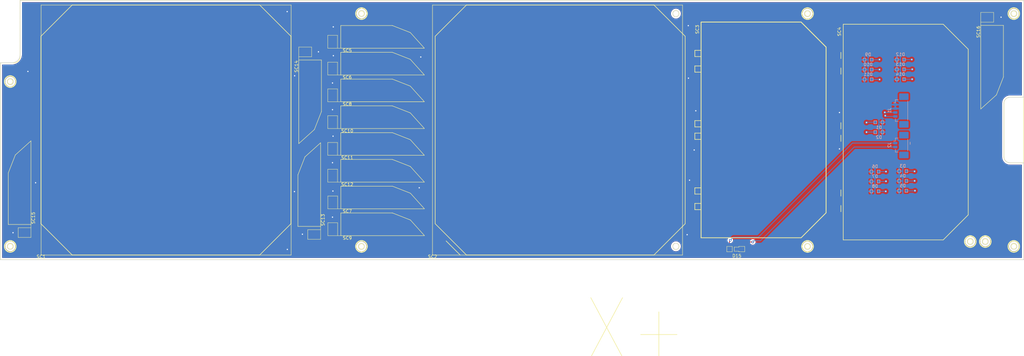
<source format=kicad_pcb>
(kicad_pcb (version 20171130) (host pcbnew "(5.1.0)-1")
  (layers (0 F.Cu signal) (31 B.Cu signal hide) (34 B.Paste user) (35 F.Paste user) (36 B.SilkS user) (37 F.SilkS user) (38 B.Mask user) (39 F.Mask user) (44 Edge.Cuts user))
  (net 0 "")
  (net 1 VSS)
  (net 2 VCC)
  (net 3 "Net-(D15-Pad1)")
  (net 4 "Net-(D15-Pad2)")
  (module "CySat footprints:Spectrolab" (layer F.Cu) (at 254.5 -75.15 270)
    (fp_text reference SC4 (at -32.2 -1.4 270) (layer F.SilkS))
    (fp_text value Solar_Cell)
    (pad 1 smd rect (at 24.480573 -1.440087 90) (size 2.5 2.5) (layers F.Cu F.Paste F.Mask) (net 2 VCC))
    (pad 1 smd rect (at 19.480573 -1.440087 90) (size 2.5 2.5) (layers F.Cu F.Paste F.Mask) (net 2 VCC))
    (pad 2 smd rect (at 1.880573 -1.440087 90) (size 2.5 2.5) (layers F.Cu F.Paste F.Mask) (net 1 VSS))
    (pad 2 smd rect (at -2.119427 -1.440087 90) (size 2.5 2.5) (layers F.Cu F.Paste F.Mask) (net 1 VSS))
    (pad 1 smd rect (at -19.519427 -1.440087 90) (size 2.5 2.5) (layers F.Cu F.Paste F.Mask) (net 2 VCC))
    (pad 1 smd rect (at -24.519427 -1.440087 90) (size 2.5 2.5) (layers F.Cu F.Paste F.Mask) (net 2 VCC))
  )
  (module "CySat footprints:Toshiba_CUS08F30" (layer B.Cu) (at 268.55 -78.35 180)
    (fp_text reference D1 (at 0 -1.65 180) (layer B.SilkS) (effects (justify mirror)))
    (fp_text value D_Schottky)
    (pad 2 smd rect (at -1.15 0 180) (size 0.9 1) (layers B.Cu B.Paste B.Mask) (net 1 VSS))
    (pad 1 smd rect (at 1.15 0 180) (size 0.9 1) (layers B.Cu B.Paste B.Mask) (net 2 VCC))
  )
  (module "CySat footprints:Toshiba_CUS08F30" (layer B.Cu) (at 268.55 -75.2 180)
    (fp_text reference D2 (at 0 -1.65 180) (layer B.SilkS) (effects (justify mirror)))
    (fp_text value D_Schottky)
    (pad 1 smd rect (at 1.15 0 180) (size 0.9 1) (layers B.Cu B.Paste B.Mask) (net 2 VCC))
    (pad 2 smd rect (at -1.15 0 180) (size 0.9 1) (layers B.Cu B.Paste B.Mask) (net 1 VSS))
  )
  (module "CySat footprints:Toshiba_CUS08F30" (layer B.Cu) (at 276.2 -62.7)
    (fp_text reference D3 (at 0 -1.65) (layer B.SilkS) (effects (justify mirror)))
    (fp_text value D_Schottky)
    (pad 2 smd rect (at -1.15 0) (size 0.9 1) (layers B.Cu B.Paste B.Mask) (net 1 VSS))
    (pad 1 smd rect (at 1.15 0) (size 0.9 1) (layers B.Cu B.Paste B.Mask) (net 2 VCC))
  )
  (module "CySat footprints:Toshiba_CUS08F30" (layer B.Cu) (at 276.2 -59.55)
    (fp_text reference D4 (at 0 -1.65) (layer B.SilkS) (effects (justify mirror)))
    (fp_text value D_Schottky)
    (pad 1 smd rect (at 1.15 0) (size 0.9 1) (layers B.Cu B.Paste B.Mask) (net 2 VCC))
    (pad 2 smd rect (at -1.15 0) (size 0.9 1) (layers B.Cu B.Paste B.Mask) (net 1 VSS))
  )
  (module "CySat footprints:Toshiba_CUS08F30" (layer B.Cu) (at 276.2 -56.4)
    (fp_text reference D5 (at 0 -1.65) (layer B.SilkS) (effects (justify mirror)))
    (fp_text value D_Schottky)
    (pad 2 smd rect (at -1.15 0) (size 0.9 1) (layers B.Cu B.Paste B.Mask) (net 1 VSS))
    (pad 1 smd rect (at 1.15 0) (size 0.9 1) (layers B.Cu B.Paste B.Mask) (net 2 VCC))
  )
  (module "CySat footprints:Toshiba_CUS08F30" (layer B.Cu) (at 267.3 -62.55)
    (fp_text reference D6 (at 0 -1.65) (layer B.SilkS) (effects (justify mirror)))
    (fp_text value D_Schottky)
    (pad 2 smd rect (at -1.15 0) (size 0.9 1) (layers B.Cu B.Paste B.Mask) (net 1 VSS))
    (pad 1 smd rect (at 1.15 0) (size 0.9 1) (layers B.Cu B.Paste B.Mask) (net 2 VCC))
  )
  (module "CySat footprints:Toshiba_CUS08F30" (layer B.Cu) (at 267.3 -59.4)
    (fp_text reference D7 (at 0 -1.65) (layer B.SilkS) (effects (justify mirror)))
    (fp_text value D_Schottky)
    (pad 2 smd rect (at -1.15 0) (size 0.9 1) (layers B.Cu B.Paste B.Mask) (net 1 VSS))
    (pad 1 smd rect (at 1.15 0) (size 0.9 1) (layers B.Cu B.Paste B.Mask) (net 2 VCC))
  )
  (module "CySat footprints:Toshiba_CUS08F30" (layer B.Cu) (at 267.3 -56.25)
    (fp_text reference D8 (at 0 -1.65) (layer B.SilkS) (effects (justify mirror)))
    (fp_text value D_Schottky)
    (pad 1 smd rect (at 1.15 0) (size 0.9 1) (layers B.Cu B.Paste B.Mask) (net 2 VCC))
    (pad 2 smd rect (at -1.15 0) (size 0.9 1) (layers B.Cu B.Paste B.Mask) (net 1 VSS))
  )
  (module "CySat footprints:Toshiba_CUS08F30" (layer B.Cu) (at 265.1 -98.35)
    (fp_text reference D9 (at 0 -1.65) (layer B.SilkS) (effects (justify mirror)))
    (fp_text value D_Schottky)
    (pad 2 smd rect (at -1.15 0) (size 0.9 1) (layers B.Cu B.Paste B.Mask) (net 1 VSS))
    (pad 1 smd rect (at 1.15 0) (size 0.9 1) (layers B.Cu B.Paste B.Mask) (net 2 VCC))
  )
  (module "CySat footprints:Toshiba_CUS08F30" (layer B.Cu) (at 265.1 -95.2)
    (fp_text reference D10 (at 0 -1.65) (layer B.SilkS) (effects (justify mirror)))
    (fp_text value D_Schottky)
    (pad 1 smd rect (at 1.15 0) (size 0.9 1) (layers B.Cu B.Paste B.Mask) (net 2 VCC))
    (pad 2 smd rect (at -1.15 0) (size 0.9 1) (layers B.Cu B.Paste B.Mask) (net 1 VSS))
  )
  (module "CySat footprints:Toshiba_CUS08F30" (layer B.Cu) (at 265.1 -92.05)
    (fp_text reference D11 (at 0 -1.65) (layer B.SilkS) (effects (justify mirror)))
    (fp_text value D_Schottky)
    (pad 2 smd rect (at -1.15 0) (size 0.9 1) (layers B.Cu B.Paste B.Mask) (net 1 VSS))
    (pad 1 smd rect (at 1.15 0) (size 0.9 1) (layers B.Cu B.Paste B.Mask) (net 2 VCC))
  )
  (module "CySat footprints:Toshiba_CUS08F30" (layer B.Cu) (at 275.45 -98.4)
    (fp_text reference D12 (at 0 -1.65) (layer B.SilkS) (effects (justify mirror)))
    (fp_text value D_Schottky)
    (pad 1 smd rect (at 1.15 0) (size 0.9 1) (layers B.Cu B.Paste B.Mask) (net 2 VCC))
    (pad 2 smd rect (at -1.15 0) (size 0.9 1) (layers B.Cu B.Paste B.Mask) (net 1 VSS))
  )
  (module "CySat footprints:Toshiba_CUS08F30" (layer B.Cu) (at 275.45 -95.25)
    (fp_text reference D13 (at 0 -1.65) (layer B.SilkS) (effects (justify mirror)))
    (fp_text value D_Schottky)
    (pad 1 smd rect (at 1.15 0) (size 0.9 1) (layers B.Cu B.Paste B.Mask) (net 2 VCC))
    (pad 2 smd rect (at -1.15 0) (size 0.9 1) (layers B.Cu B.Paste B.Mask) (net 1 VSS))
  )
  (module "CySat footprints:Toshiba_CUS08F30" (layer B.Cu) (at 275.45 -92.1)
    (fp_text reference D14 (at 0 -1.65) (layer B.SilkS) (effects (justify mirror)))
    (fp_text value D_Schottky)
    (pad 1 smd rect (at 1.15 0) (size 0.9 1) (layers B.Cu B.Paste B.Mask) (net 2 VCC))
    (pad 2 smd rect (at -1.15 0) (size 0.9 1) (layers B.Cu B.Paste B.Mask) (net 1 VSS))
  )
  (module "CySat footprints:Sun_Sensor" (layer F.Cu) (at 223.1 -37.8)
    (fp_text reference D15 (at 0 2.2) (layer F.SilkS))
    (fp_text value D_Photo)
    (pad 1 smd rect (at 1.6 0.05 90) (size 1.7 1.85) (layers F.Cu F.Paste F.Mask) (net 3 "Net-(D15-Pad1)"))
    (pad 2 smd rect (at -2.35 0.05) (size 1.7 1.7) (layers F.Cu F.Paste F.Mask) (net 4 "Net-(D15-Pad2)"))
    (pad 1 smd rect (at -0.05 0.05) (size 1.5 1.3) (layers F.Cu F.Paste F.Mask) (net 3 "Net-(D15-Pad1)"))
  )
  (module Connector_Molex:Molex_PicoBlade_53398-0471_1x04-1MP_P1.25mm_Vertical (layer B.Cu) (at 275.05 -82.1 270)
    (fp_text reference J1 (at 0 3.1 270) (layer B.SilkS) (effects (justify mirror)))
    (fp_text value Conn_01x04)
    (pad 1 smd roundrect (at -1.875 1.25 270) (size 0.8 1.3) (layers B.Cu B.Paste B.Mask) (net 1 VSS))
    (pad 2 smd roundrect (at -0.625 1.25 270) (size 0.8 1.3) (layers B.Cu B.Paste B.Mask) (net 1 VSS))
    (pad 3 smd roundrect (at 0.625 1.25 270) (size 0.8 1.3) (layers B.Cu B.Paste B.Mask) (net 2 VCC))
    (pad 4 smd roundrect (at 1.875 1.25 270) (size 0.8 1.3) (layers B.Cu B.Paste B.Mask) (net 2 VCC))
    (pad MP smd roundrect (at -4.425 -1.5 270) (size 2.1 3) (layers B.Cu B.Paste B.Mask) (roundrect_rratio 0.119048))
    (pad MP smd roundrect (at 4.425 -1.5 270) (size 2.1 3) (layers B.Cu B.Paste B.Mask) (roundrect_rratio 0.119048))
  )
  (module Connector_Molex:Molex_PicoBlade_53398-0271_1x02-1MP_P1.25mm_Vertical (layer B.Cu) (at 275.05 -71.05 270)
    (fp_text reference J2 (at 0 3.1 270) (layer B.SilkS) (effects (justify mirror)))
    (fp_text value Conn_01x02)
    (pad 1 smd roundrect (at -0.625 1.25 270) (size 0.8 1.3) (layers B.Cu B.Paste B.Mask) (net 4 "Net-(D15-Pad2)"))
    (pad 2 smd roundrect (at 0.625 1.25 270) (size 0.8 1.3) (layers B.Cu B.Paste B.Mask) (net 3 "Net-(D15-Pad1)"))
    (pad MP smd roundrect (at -3.175 -1.5 270) (size 2.1 3) (layers B.Cu B.Paste B.Mask) (roundrect_rratio 0.119048))
    (pad MP smd roundrect (at 3.175 -1.5 270) (size 2.1 3) (layers B.Cu B.Paste B.Mask) (roundrect_rratio 0.119048))
  )
  (module "CySat footprints:ISS_SolarCell" (layer F.Cu) (at 0.45 -35.85)
    (fp_text reference SC1 (at 0 0.5) (layer F.SilkS))
    (fp_text value Solar_Cell)
    (pad 2 smd oval (at 13.335 -20.25) (size 5.33 10.66) (layers F.Cu F.Paste F.Mask) (net 1 VSS))
    (pad 2 smd oval (at 40.105 -20.345) (size 5.33 10.66) (layers F.Cu F.Paste F.Mask) (net 1 VSS))
    (pad 2 smd oval (at 66.653 -20.364) (size 5.33 10.66) (layers F.Cu F.Paste F.Mask) (net 1 VSS))
    (pad 1 smd oval (at 22.37 -28.862) (size 5.33 10.66) (layers F.Cu F.Paste F.Mask) (net 2 VCC))
    (pad 1 smd oval (at 57.539 -28.954) (size 5.33 10.66) (layers F.Cu F.Paste F.Mask) (net 2 VCC))
    (pad 2 smd oval (at 66.59 -59.908 180) (size 5.33 10.66) (layers F.Cu F.Paste F.Mask) (net 1 VSS))
    (pad 2 smd oval (at 39.82 -59.813 180) (size 5.33 10.66) (layers F.Cu F.Paste F.Mask) (net 1 VSS))
    (pad 2 smd oval (at 13.272 -59.794 180) (size 5.33 10.66) (layers F.Cu F.Paste F.Mask) (net 1 VSS))
    (pad 1 smd oval (at 57.555 -51.296 180) (size 5.33 10.66) (layers F.Cu F.Paste F.Mask) (net 2 VCC))
    (pad 1 smd oval (at 22.386 -51.204 180) (size 5.33 10.66) (layers F.Cu F.Paste F.Mask) (net 2 VCC))
  )
  (module "CySat footprints:ISS_SolarCell" (layer F.Cu) (at 125.7 -35.85)
    (fp_text reference SC2 (at 0 0.5) (layer F.SilkS))
    (fp_text value Solar_Cell)
    (pad 1 smd oval (at 22.386 -51.204 180) (size 5.33 10.66) (layers F.Cu F.Paste F.Mask) (net 2 VCC))
    (pad 1 smd oval (at 57.555 -51.296 180) (size 5.33 10.66) (layers F.Cu F.Paste F.Mask) (net 2 VCC))
    (pad 2 smd oval (at 13.272 -59.794 180) (size 5.33 10.66) (layers F.Cu F.Paste F.Mask) (net 1 VSS))
    (pad 2 smd oval (at 39.82 -59.813 180) (size 5.33 10.66) (layers F.Cu F.Paste F.Mask) (net 1 VSS))
    (pad 2 smd oval (at 66.59 -59.908 180) (size 5.33 10.66) (layers F.Cu F.Paste F.Mask) (net 1 VSS))
    (pad 1 smd oval (at 57.539 -28.954) (size 5.33 10.66) (layers F.Cu F.Paste F.Mask) (net 2 VCC))
    (pad 1 smd oval (at 22.37 -28.862) (size 5.33 10.66) (layers F.Cu F.Paste F.Mask) (net 2 VCC))
    (pad 2 smd oval (at 66.653 -20.364) (size 5.33 10.66) (layers F.Cu F.Paste F.Mask) (net 1 VSS))
    (pad 2 smd oval (at 40.105 -20.345) (size 5.33 10.66) (layers F.Cu F.Paste F.Mask) (net 1 VSS))
    (pad 2 smd oval (at 13.335 -20.25) (size 5.33 10.66) (layers F.Cu F.Paste F.Mask) (net 1 VSS))
  )
  (module "CySat footprints:Spectrolab" (layer F.Cu) (at 209.05 -75.85 270)
    (fp_text reference SC3 (at -32.2 -1.4 270) (layer F.SilkS))
    (fp_text value Solar_Cell)
    (pad 1 smd rect (at -24.519427 -1.440087 90) (size 2.5 2.5) (layers F.Cu F.Paste F.Mask) (net 2 VCC))
    (pad 1 smd rect (at -19.519427 -1.440087 90) (size 2.5 2.5) (layers F.Cu F.Paste F.Mask) (net 2 VCC))
    (pad 2 smd rect (at -2.119427 -1.440087 90) (size 2.5 2.5) (layers F.Cu F.Paste F.Mask) (net 1 VSS))
    (pad 2 smd rect (at 1.880573 -1.440087 90) (size 2.5 2.5) (layers F.Cu F.Paste F.Mask) (net 1 VSS))
    (pad 1 smd rect (at 19.480573 -1.440087 90) (size 2.5 2.5) (layers F.Cu F.Paste F.Mask) (net 2 VCC))
    (pad 1 smd rect (at 24.480573 -1.440087 90) (size 2.5 2.5) (layers F.Cu F.Paste F.Mask) (net 2 VCC))
  )
  (module "CySat footprints:TriSelectSolarPanel" (layer F.Cu) (at 94.353201 -102.047399)
    (fp_text reference SC5 (at 4.064 0.762) (layer F.SilkS))
    (fp_text value Solar_Cell)
    (pad 1 smd rect (at 10.5 -3.75) (size 8.5 3) (layers F.Cu F.Paste F.Mask) (net 2 VCC))
    (pad 2 smd rect (at -0.6 -2.05) (size 3 4) (layers F.Cu F.Paste F.Mask) (net 1 VSS))
  )
  (module "CySat footprints:TriSelectSolarPanel" (layer F.Cu) (at 94.353201 -93.477399)
    (fp_text reference SC6 (at 4.064 0.762) (layer F.SilkS))
    (fp_text value Solar_Cell)
    (pad 2 smd rect (at -0.6 -2.05) (size 3 4) (layers F.Cu F.Paste F.Mask) (net 1 VSS))
    (pad 1 smd rect (at 10.5 -3.75) (size 8.5 3) (layers F.Cu F.Paste F.Mask) (net 2 VCC))
  )
  (module "CySat footprints:TriSelectSolarPanel" (layer F.Cu) (at 94.379201 -50.637799)
    (fp_text reference SC7 (at 4.064 0.762) (layer F.SilkS))
    (fp_text value Solar_Cell)
    (pad 2 smd rect (at -0.6 -2.05) (size 3 4) (layers F.Cu F.Paste F.Mask) (net 1 VSS))
    (pad 1 smd rect (at 10.5 -3.75) (size 8.5 3) (layers F.Cu F.Paste F.Mask) (net 2 VCC))
  )
  (module "CySat footprints:TriSelectSolarPanel" (layer F.Cu) (at 94.353201 -84.907399)
    (fp_text reference SC8 (at 4.064 0.762) (layer F.SilkS))
    (fp_text value Solar_Cell)
    (pad 2 smd rect (at -0.6 -2.05) (size 3 4) (layers F.Cu F.Paste F.Mask) (net 1 VSS))
    (pad 1 smd rect (at 10.5 -3.75) (size 8.5 3) (layers F.Cu F.Paste F.Mask) (net 2 VCC))
  )
  (module "CySat footprints:TriSelectSolarPanel" (layer F.Cu) (at 94.379201 -42.067799)
    (fp_text reference SC9 (at 4.064 0.762) (layer F.SilkS))
    (fp_text value Solar_Cell)
    (pad 2 smd rect (at -0.6 -2.05) (size 3 4) (layers F.Cu F.Paste F.Mask) (net 1 VSS))
    (pad 1 smd rect (at 10.5 -3.75) (size 8.5 3) (layers F.Cu F.Paste F.Mask) (net 2 VCC))
  )
  (module "CySat footprints:TriSelectSolarPanel" (layer F.Cu) (at 94.353201 -76.337399)
    (fp_text reference SC10 (at 4.064 0.762) (layer F.SilkS))
    (fp_text value Solar_Cell)
    (pad 1 smd rect (at 10.5 -3.75) (size 8.5 3) (layers F.Cu F.Paste F.Mask) (net 2 VCC))
    (pad 2 smd rect (at -0.6 -2.05) (size 3 4) (layers F.Cu F.Paste F.Mask) (net 1 VSS))
  )
  (module "CySat footprints:TriSelectSolarPanel" (layer F.Cu) (at 94.353201 -67.767399)
    (fp_text reference SC11 (at 4.064 0.762) (layer F.SilkS))
    (fp_text value Solar_Cell)
    (pad 1 smd rect (at 10.5 -3.75) (size 8.5 3) (layers F.Cu F.Paste F.Mask) (net 2 VCC))
    (pad 2 smd rect (at -0.6 -2.05) (size 3 4) (layers F.Cu F.Paste F.Mask) (net 1 VSS))
  )
  (module "CySat footprints:TriSelectSolarPanel" (layer F.Cu) (at 94.353201 -59.197399)
    (fp_text reference SC12 (at 4.064 0.762) (layer F.SilkS))
    (fp_text value Solar_Cell)
    (pad 1 smd rect (at 10.5 -3.75) (size 8.5 3) (layers F.Cu F.Paste F.Mask) (net 2 VCC))
    (pad 2 smd rect (at -0.6 -2.05) (size 3 4) (layers F.Cu F.Paste F.Mask) (net 1 VSS))
  )
  (module "CySat footprints:TriSelectSolarPanel" (layer F.Cu) (at 89.8906 -43.0238 90)
    (fp_text reference SC13 (at 4.064 0.762 90) (layer F.SilkS))
    (fp_text value Solar_Cell)
    (pad 2 smd rect (at -0.6 -2.05 90) (size 3 4) (layers F.Cu F.Paste F.Mask) (net 1 VSS))
    (pad 1 smd rect (at 10.5 -3.75 90) (size 8.5 3) (layers F.Cu F.Paste F.Mask) (net 2 VCC))
  )
  (module "CySat footprints:TriSelectSolarPanel" (layer F.Cu) (at 82.9056 -100.265 270)
    (fp_text reference SC14 (at 4.064 0.762 270) (layer F.SilkS))
    (fp_text value Solar_Cell)
    (pad 2 smd rect (at -0.6 -2.05 270) (size 3 4) (layers F.Cu F.Paste F.Mask) (net 1 VSS))
    (pad 1 smd rect (at 10.5 -3.75 270) (size 8.5 3) (layers F.Cu F.Paste F.Mask) (net 2 VCC))
  )
  (module "CySat footprints:TriSelectSolarPanel" (layer F.Cu) (at -2.794 -43.6372 90)
    (fp_text reference SC15 (at 4.064 0.762 90) (layer F.SilkS))
    (fp_text value Solar_Cell)
    (pad 1 smd rect (at 10.5 -3.75 90) (size 8.5 3) (layers F.Cu F.Paste F.Mask) (net 2 VCC))
    (pad 2 smd rect (at -0.6 -2.05 90) (size 3 4) (layers F.Cu F.Paste F.Mask) (net 1 VSS))
  )
  (module "CySat footprints:TriSelectSolarPanel" (layer F.Cu) (at 301.1516 -111.338 270)
    (fp_text reference SC16 (at 4.064 0.762 270) (layer F.SilkS))
    (fp_text value Solar_Cell)
    (pad 1 smd rect (at 10.5 -3.75 270) (size 8.5 3) (layers F.Cu F.Paste F.Mask) (net 2 VCC))
    (pad 2 smd rect (at -0.6 -2.05 270) (size 3 4) (layers F.Cu F.Paste F.Mask) (net 1 VSS))
  )
  (gr_arc (start -8.9234 -100.076) (end -8.9154 -97.3836) (angle -89.28409539) (layer Edge.Cuts) (width 0.15))
  (gr_line (start 308.55 -84.4) (end 308.55 -67.3) (layer Edge.Cuts) (width 0.15))
  (gr_line (start 308.549092 -67.36786) (end 308.549092 -84.367869) (layer F.SilkS) (width 0.2))
  (gr_line (start 278.55 -72) (end 278.55 -71.25) (layer B.SilkS) (width 0.15))
  (gr_line (start 314.899073 -86.367869) (end 314.899073 -65.367869) (layer F.SilkS) (width 0.2))
  (gr_line (start 314.9 -86.35) (end 314.9 -117.35) (layer Edge.Cuts) (width 0.15))
  (gr_line (start 314.9 -86.35) (end 310.5 -86.35) (layer Edge.Cuts) (width 0.15))
  (gr_line (start 310.5 -65.35) (end 314.9 -65.35) (layer Edge.Cuts) (width 0.15))
  (gr_arc (start 310.5 -84.4) (end 310.5 -86.35) (angle -90) (layer Edge.Cuts) (width 0.15))
  (gr_arc (start 310.5 -67.3) (end 308.55 -67.3) (angle -90) (layer Edge.Cuts) (width 0.15))
  (gr_circle (center 203.6 -113.1) (end 203.55 -114.1) (layer Edge.Cuts) (width 0.15))
  (gr_circle (center 203.6 -38.65) (end 203.55 -39.65) (layer Edge.Cuts) (width 0.15))
  (gr_circle (center 311.75 -113.1) (end 311.85 -114.1) (layer Edge.Cuts) (width 0.15))
  (gr_circle (center 311.75 -38.65) (end 311.85 -39.65) (layer Edge.Cuts) (width 0.15))
  (gr_circle (center 302.6 -40.2) (end 302.7 -41.2) (layer Edge.Cuts) (width 0.15))
  (gr_circle (center 297.8 -40.2) (end 297.9 -41.2) (layer Edge.Cuts) (width 0.15))
  (gr_circle (center 245.7 -38.6) (end 245.8 -39.6) (layer Edge.Cuts) (width 0.15))
  (gr_circle (center 245.7 -113.1) (end 245.8 -114.1) (layer Edge.Cuts) (width 0.15))
  (gr_circle (center 103 -113.15) (end 103.1 -114.15) (layer Edge.Cuts) (width 0.15))
  (gr_circle (center 102.95 -38.6) (end 103.05 -39.6) (layer Edge.Cuts) (width 0.15))
  (gr_circle (center -9.4 -38.65) (end -9.3 -39.65) (layer Edge.Cuts) (width 0.15))
  (gr_circle (center -9.4 -91.35) (end -9.3 -92.35) (layer Edge.Cuts) (width 0.15))
  (gr_line (start 314.9 -117.35) (end -6.25 -117.35) (layer Edge.Cuts) (width 0.15))
  (gr_line (start 314.9 -34.35) (end 314.9 -65.35) (layer Edge.Cuts) (width 0.15))
  (gr_line (start -12.6 -34.35) (end 314.9 -34.35) (layer Edge.Cuts) (width 0.15))
  (gr_line (start -12.6 -97.4) (end -12.6 -34.35) (layer Edge.Cuts) (width 0.15))
  (gr_line (start -8.9154 -97.3836) (end -12.6 -97.4) (layer Edge.Cuts) (width 0.15))
  (gr_line (start -6.25 -117.35) (end -6.23111 -100.050359) (layer Edge.Cuts) (width 0.15))
  (gr_circle (center 311.724088 -113.117869) (end 313.624088 -113.117869) (layer F.SilkS) (width 0.2))
  (gr_circle (center 311.724088 -113.117869) (end 313.434088 -113.117869) (layer F.SilkS) (width 0.2))
  (gr_arc (start 311.724088 -113.117869) (end 311.3914 -112.318295) (angle -60) (layer F.SilkS) (width 0.2))
  (gr_arc (start 311.724088 -113.117869) (end 312.056775 -113.917443) (angle -60) (layer F.SilkS) (width 0.2))
  (gr_arc (start 311.724088 -113.117869) (end 312.582883 -113.229541) (angle -60) (layer F.SilkS) (width 0.2))
  (gr_arc (start 311.724088 -113.117869) (end 312.250196 -112.429966) (angle -60) (layer F.SilkS) (width 0.2))
  (gr_arc (start 311.724088 -113.117869) (end 310.865292 -113.006197) (angle -60) (layer F.SilkS) (width 0.2))
  (gr_arc (start 311.724088 -113.117869) (end 311.197979 -113.805772) (angle -60) (layer F.SilkS) (width 0.2))
  (gr_circle (center -9.425912 -91.367869) (end -7.525912 -91.367869) (layer F.SilkS) (width 0.2))
  (gr_circle (center -9.425912 -91.367869) (end -7.715912 -91.367869) (layer F.SilkS) (width 0.2))
  (gr_arc (start -9.425912 -91.367869) (end -8.667926 -90.948994) (angle -60) (layer F.SilkS) (width 0.2))
  (gr_arc (start -9.425912 -91.367869) (end -10.183899 -91.786744) (angle -60) (layer F.SilkS) (width 0.2))
  (gr_arc (start -9.425912 -91.367869) (end -9.409676 -90.501996) (angle -60) (layer F.SilkS) (width 0.2))
  (gr_arc (start -9.425912 -91.367869) (end -8.684163 -91.814867) (angle -60) (layer F.SilkS) (width 0.2))
  (gr_arc (start -9.425912 -91.367869) (end -10.167662 -90.920871) (angle -60) (layer F.SilkS) (width 0.2))
  (gr_arc (start -9.425912 -91.367869) (end -9.442149 -92.233742) (angle -60) (layer F.SilkS) (width 0.2))
  (gr_circle (center 297.800556 -40.167869) (end 299.700556 -40.167869) (layer F.SilkS) (width 0.2))
  (gr_circle (center 297.800556 -40.167869) (end 299.510556 -40.167869) (layer F.SilkS) (width 0.2))
  (gr_arc (start 297.800556 -40.167869) (end 298.165172 -39.382341) (angle -60) (layer F.SilkS) (width 0.2))
  (gr_arc (start 297.800556 -40.167869) (end 297.435939 -40.953397) (angle -60) (layer F.SilkS) (width 0.2))
  (gr_arc (start 297.800556 -40.167869) (end 298.663151 -40.090872) (angle -60) (layer F.SilkS) (width 0.2))
  (gr_arc (start 297.800556 -40.167869) (end 297.302576 -39.459338) (angle -60) (layer F.SilkS) (width 0.2))
  (gr_arc (start 297.800556 -40.167869) (end 298.298535 -40.8764) (angle -60) (layer F.SilkS) (width 0.2))
  (gr_arc (start 297.800556 -40.167869) (end 296.93796 -40.244866) (angle -60) (layer F.SilkS) (width 0.2))
  (gr_circle (center 302.599088 -40.167869) (end 304.499088 -40.167869) (layer F.SilkS) (width 0.2))
  (gr_circle (center 302.599088 -40.167869) (end 304.309088 -40.167869) (layer F.SilkS) (width 0.2))
  (gr_arc (start 302.599088 -40.167869) (end 303.027425 -40.920549) (angle -60) (layer F.SilkS) (width 0.2))
  (gr_arc (start 302.599088 -40.167869) (end 302.17075 -39.415189) (angle -60) (layer F.SilkS) (width 0.2))
  (gr_arc (start 302.599088 -40.167869) (end 303.465096 -40.173257) (angle -60) (layer F.SilkS) (width 0.2))
  (gr_arc (start 302.599088 -40.167869) (end 303.036758 -39.420578) (angle -60) (layer F.SilkS) (width 0.2))
  (gr_arc (start 302.599088 -40.167869) (end 301.733079 -40.16248) (angle -60) (layer F.SilkS) (width 0.2))
  (gr_arc (start 302.599088 -40.167869) (end 302.161417 -40.91516) (angle -60) (layer F.SilkS) (width 0.2))
  (gr_line (start 211.641059 -110.365008) (end 243.641065 -110.365008) (layer F.SilkS) (width 0.2))
  (gr_line (start 243.641065 -41.365011) (end 211.641059 -41.365011) (layer F.SilkS) (width 0.2))
  (gr_line (start 251.641051 -49.365011) (end 243.641065 -41.365011) (layer F.SilkS) (width 0.2))
  (gr_line (start 251.641051 -102.365014) (end 251.641051 -49.365011) (layer F.SilkS) (width 0.2))
  (gr_line (start 243.641065 -110.365008) (end 251.641051 -102.365014) (layer F.SilkS) (width 0.2))
  (gr_line (start 211.641059 -101.365012) (end 211.641059 -110.365008) (layer F.SilkS) (width 0.2))
  (gr_line (start 211.641059 -96.36501) (end 211.641059 -99.365012) (layer F.SilkS) (width 0.2))
  (gr_line (start 211.641059 -78.865011) (end 211.641059 -94.365009) (layer F.SilkS) (width 0.2))
  (gr_line (start 211.641059 -74.865011) (end 211.641059 -76.865011) (layer F.SilkS) (width 0.2))
  (gr_line (start 211.641059 -57.365011) (end 211.641059 -72.86501) (layer F.SilkS) (width 0.2))
  (gr_line (start 211.641059 -52.365011) (end 211.641059 -55.36501) (layer F.SilkS) (width 0.2))
  (gr_line (start 211.641059 -41.365011) (end 211.641059 -50.365011) (layer F.SilkS) (width 0.2))
  (gr_line (start 211.641059 -50.365011) (end 211.641059 -52.365011) (layer F.SilkS) (width 0.2))
  (gr_line (start 211.641059 -52.365011) (end 209.641055 -52.365011) (layer F.SilkS) (width 0.2))
  (gr_line (start 209.641055 -50.365011) (end 209.641055 -52.365011) (layer F.SilkS) (width 0.2))
  (gr_line (start 211.641059 -50.365011) (end 209.641055 -50.365011) (layer F.SilkS) (width 0.2))
  (gr_line (start 209.641055 -55.36501) (end 209.641055 -57.365011) (layer F.SilkS) (width 0.2))
  (gr_line (start 211.641059 -55.36501) (end 211.641059 -57.365011) (layer F.SilkS) (width 0.2))
  (gr_line (start 211.641059 -57.365011) (end 209.641055 -57.365011) (layer F.SilkS) (width 0.2))
  (gr_line (start 211.641059 -55.36501) (end 209.641055 -55.36501) (layer F.SilkS) (width 0.2))
  (gr_line (start 211.641059 -72.86501) (end 209.641055 -72.86501) (layer F.SilkS) (width 0.2))
  (gr_line (start 209.641055 -72.86501) (end 209.641055 -74.865011) (layer F.SilkS) (width 0.2))
  (gr_line (start 211.641059 -72.86501) (end 211.641059 -74.865011) (layer F.SilkS) (width 0.2))
  (gr_line (start 211.641059 -74.865011) (end 209.641055 -74.865011) (layer F.SilkS) (width 0.2))
  (gr_line (start 211.641059 -78.865011) (end 209.641055 -78.865011) (layer F.SilkS) (width 0.2))
  (gr_line (start 211.641059 -76.865011) (end 211.641059 -78.865011) (layer F.SilkS) (width 0.2))
  (gr_line (start 209.641055 -78.865011) (end 209.641055 -76.865011) (layer F.SilkS) (width 0.2))
  (gr_line (start 211.641059 -76.865011) (end 209.641055 -76.865011) (layer F.SilkS) (width 0.2))
  (gr_line (start 211.641059 -99.365012) (end 211.641059 -101.365012) (layer F.SilkS) (width 0.2))
  (gr_line (start 211.641059 -101.365012) (end 209.641055 -101.365012) (layer F.SilkS) (width 0.2))
  (gr_line (start 209.641055 -101.365012) (end 209.641055 -99.365012) (layer F.SilkS) (width 0.2))
  (gr_line (start 211.641059 -99.365012) (end 209.641055 -99.365012) (layer F.SilkS) (width 0.2))
  (gr_line (start 211.641059 -94.365009) (end 211.641059 -96.36501) (layer F.SilkS) (width 0.2))
  (gr_line (start 211.641059 -96.36501) (end 209.641055 -96.36501) (layer F.SilkS) (width 0.2))
  (gr_line (start 209.641055 -96.36501) (end 209.641055 -94.365009) (layer F.SilkS) (width 0.2))
  (gr_line (start 211.641059 -94.365009) (end 209.641055 -94.365009) (layer F.SilkS) (width 0.2))
  (gr_line (start 256.391064 -49.714718) (end 256.391064 -51.714719) (layer F.SilkS) (width 0.2))
  (gr_line (start 256.391064 -54.714718) (end 256.391064 -56.714718) (layer F.SilkS) (width 0.2))
  (gr_line (start 256.391064 -72.21472) (end 256.391064 -74.21472) (layer F.SilkS) (width 0.2))
  (gr_line (start 256.391064 -78.214717) (end 256.391064 -76.214717) (layer F.SilkS) (width 0.2))
  (gr_line (start 256.391064 -95.714719) (end 256.391064 -93.714719) (layer F.SilkS) (width 0.2))
  (gr_line (start 256.391064 -100.714718) (end 256.391064 -98.714718) (layer F.SilkS) (width 0.2))
  (gr_arc (start 245.717088 -38.617869) (end 246.467088 -39.050882) (angle -60) (layer F.SilkS) (width 0.2))
  (gr_arc (start 245.717088 -38.617869) (end 244.967088 -38.184856) (angle -60) (layer F.SilkS) (width 0.2))
  (gr_arc (start 245.717088 -38.617869) (end 245.717088 -39.483894) (angle -60) (layer F.SilkS) (width 0.2))
  (gr_circle (center 245.717088 -113.117869) (end 247.617088 -113.117869) (layer F.SilkS) (width 0.2))
  (gr_circle (center 245.717088 -113.117869) (end 247.427088 -113.117869) (layer F.SilkS) (width 0.2))
  (gr_arc (start 245.717088 -113.117869) (end 246.467088 -112.684856) (angle -60) (layer F.SilkS) (width 0.2))
  (gr_arc (start 245.717088 -113.117869) (end 244.967088 -113.550882) (angle -60) (layer F.SilkS) (width 0.2))
  (gr_arc (start 245.717088 -113.117869) (end 245.717088 -112.251844) (angle -60) (layer F.SilkS) (width 0.2))
  (gr_arc (start 245.717088 -113.117869) (end 246.467088 -113.550882) (angle -60) (layer F.SilkS) (width 0.2))
  (gr_arc (start 245.717088 -113.117869) (end 244.967088 -112.684856) (angle -60) (layer F.SilkS) (width 0.2))
  (gr_arc (start 245.717088 -113.117869) (end 245.717088 -113.983894) (angle -60) (layer F.SilkS) (width 0.2))
  (gr_circle (center 102.969088 -113.117869) (end 104.869088 -113.117869) (layer F.SilkS) (width 0.2))
  (gr_circle (center 102.969088 -113.117869) (end 104.679088 -113.117869) (layer F.SilkS) (width 0.2))
  (gr_arc (start 102.969088 -113.117869) (end 103.719088 -112.684856) (angle -60) (layer F.SilkS) (width 0.2))
  (gr_arc (start 102.969088 -113.117869) (end 102.219088 -113.550882) (angle -60) (layer F.SilkS) (width 0.2))
  (gr_arc (start 102.969088 -113.117869) (end 102.969088 -112.251844) (angle -60) (layer F.SilkS) (width 0.2))
  (gr_arc (start 102.969088 -113.117869) (end 103.719088 -113.550882) (angle -60) (layer F.SilkS) (width 0.2))
  (gr_arc (start 102.969088 -113.117869) (end 102.969088 -113.983894) (angle -60) (layer F.SilkS) (width 0.2))
  (gr_arc (start 102.969088 -113.117869) (end 102.219088 -112.684856) (angle -60) (layer F.SilkS) (width 0.2))
  (gr_circle (center 102.969088 -38.617869) (end 104.869088 -38.617869) (layer F.SilkS) (width 0.2))
  (gr_circle (center 102.969088 -38.617869) (end 104.679088 -38.617869) (layer F.SilkS) (width 0.2))
  (gr_arc (start 102.969088 -38.617869) (end 103.719088 -38.184856) (angle -60) (layer F.SilkS) (width 0.2))
  (gr_arc (start 102.969088 -38.617869) (end 102.219088 -39.050882) (angle -60) (layer F.SilkS) (width 0.2))
  (gr_arc (start 102.969088 -38.617869) (end 102.969088 -37.751844) (angle -60) (layer F.SilkS) (width 0.2))
  (gr_arc (start 102.969088 -38.617869) (end 103.719088 -39.050882) (angle -60) (layer F.SilkS) (width 0.2))
  (gr_arc (start 102.969088 -38.617869) (end 102.219088 -38.184856) (angle -60) (layer F.SilkS) (width 0.2))
  (gr_arc (start 102.969088 -38.617869) (end 102.969088 -39.483894) (angle -60) (layer F.SilkS) (width 0.2))
  (gr_circle (center 245.717088 -38.617869) (end 247.617088 -38.617869) (layer F.SilkS) (width 0.2))
  (gr_circle (center 245.717088 -38.617869) (end 247.427088 -38.617869) (layer F.SilkS) (width 0.2))
  (gr_arc (start 245.717088 -38.617869) (end 246.467088 -38.184856) (angle -60) (layer F.SilkS) (width 0.2))
  (gr_arc (start 245.717088 -38.617869) (end 244.967088 -39.050882) (angle -60) (layer F.SilkS) (width 0.2))
  (gr_arc (start 245.717088 -38.617869) (end 245.717088 -37.751844) (angle -60) (layer F.SilkS) (width 0.2))
  (gr_arc (start 311.724088 -38.617869) (end 311.91547 -39.462483) (angle -60) (layer F.SilkS) (width 0.2))
  (gr_arc (start 311.724088 -38.617869) (end 311.088322 -39.205918) (angle -60) (layer F.SilkS) (width 0.2))
  (gr_line (start 314.899073 -117.367869) (end 314.899073 -86.367869) (layer F.SilkS) (width 0.2))
  (gr_line (start -6.250913 -117.367869) (end 314.899073 -117.367869) (layer F.SilkS) (width 0.2))
  (gr_line (start -6.250913 -99.367869) (end -6.250913 -117.367869) (layer F.SilkS) (width 0.2))
  (gr_arc (start -8.250912 -99.367869) (end -8.250912 -97.367869) (angle -90) (layer F.SilkS) (width 0.2))
  (gr_line (start -12.600912 -97.367869) (end -8.250912 -97.367869) (layer F.SilkS) (width 0.2))
  (gr_line (start -12.600912 -34.367869) (end -12.600912 -97.367869) (layer F.SilkS) (width 0.2))
  (gr_line (start 314.899073 -34.367869) (end -12.600912 -34.367869) (layer F.SilkS) (width 0.2))
  (gr_circle (center -9.425912 -38.617869) (end -7.525912 -38.617869) (layer F.SilkS) (width 0.2))
  (gr_circle (center -9.425912 -38.617869) (end -7.715912 -38.617869) (layer F.SilkS) (width 0.2))
  (gr_arc (start -9.425912 -38.617869) (end -10.203469 -38.99919) (angle -60) (layer F.SilkS) (width 0.2))
  (gr_arc (start -9.425912 -38.617869) (end -8.648356 -38.236548) (angle -60) (layer F.SilkS) (width 0.2))
  (gr_arc (start -9.425912 -38.617869) (end -9.367367 -37.753825) (angle -60) (layer F.SilkS) (width 0.2))
  (gr_arc (start -9.425912 -38.617869) (end -8.706901 -39.100593) (angle -60) (layer F.SilkS) (width 0.2))
  (gr_arc (start -9.425912 -38.617869) (end -10.144924 -38.135145) (angle -60) (layer F.SilkS) (width 0.2))
  (gr_arc (start -9.425912 -38.617869) (end -9.484457 -39.481913) (angle -60) (layer F.SilkS) (width 0.2))
  (gr_circle (center 311.724088 -38.617869) (end 313.624088 -38.617869) (layer F.SilkS) (width 0.2))
  (gr_circle (center 311.724088 -38.617869) (end 313.434088 -38.617869) (layer F.SilkS) (width 0.2))
  (gr_arc (start 311.724088 -38.617869) (end 310.896939 -38.361304) (angle -60) (layer F.SilkS) (width 0.2))
  (gr_arc (start 311.724088 -38.617869) (end 312.551236 -38.874434) (angle -60) (layer F.SilkS) (width 0.2))
  (gr_arc (start 311.724088 -38.617869) (end 312.359853 -38.02982) (angle -60) (layer F.SilkS) (width 0.2))
  (gr_arc (start 311.724088 -38.617869) (end 311.532705 -37.773255) (angle -60) (layer F.SilkS) (width 0.2))
  (gr_circle (center 203.574088 -38.617869) (end 204.574088 -38.617869) (layer F.SilkS) (width 0.2))
  (gr_circle (center 203.574088 -113.117869) (end 204.574088 -113.117869) (layer F.SilkS) (width 0.2))
  (gr_line (start 314.899073 -65.36786) (end 314.899073 -34.367869) (layer F.SilkS) (width 0.2))
  (gr_line (start 314.899073 -65.36786) (end 310.549096 -65.36786) (layer F.SilkS) (width 0.2))
  (gr_arc (start 310.549088 -67.367861) (end 308.549088 -67.367861) (angle -90) (layer F.SilkS) (width 0.2))
  (gr_arc (start 310.549088 -84.367869) (end 310.549088 -86.367869) (angle -90) (layer F.SilkS) (width 0.2))
  (gr_line (start 314.899073 -86.367869) (end 310.549096 -86.367869) (layer F.SilkS) (width 0.2))
  (gr_line (start 136.561052 -115.867866) (end 126.561062 -105.867868) (layer F.SilkS) (width 0.2))
  (gr_line (start 136.561052 -35.867869) (end 196.561055 -35.867869) (layer F.SilkS) (width 0.2))
  (gr_line (start 196.561055 -35.867869) (end 206.56106 -45.867869) (layer F.SilkS) (width 0.2))
  (gr_line (start 206.56106 -45.867869) (end 206.56106 -105.867868) (layer F.SilkS) (width 0.2))
  (gr_line (start 206.56106 -105.867868) (end 196.561055 -115.867866) (layer F.SilkS) (width 0.2))
  (gr_line (start 196.561055 -115.867866) (end 136.561052 -115.867866) (layer F.SilkS) (width 0.2))
  (gr_line (start 126.561062 -105.867868) (end 126.561062 -45.867869) (layer F.SilkS) (width 0.2))
  (gr_line (start 126.561062 -45.867869) (end 136.561052 -35.867869) (layer F.SilkS) (width 0.2))
  (gr_line (start 10.399087 -115.867866) (end 0.399087 -105.867868) (layer F.SilkS) (width 0.2))
  (gr_line (start 0.399087 -105.867868) (end 0.399087 -45.867869) (layer F.SilkS) (width 0.2))
  (gr_line (start 0.399087 -45.867869) (end 10.399087 -35.867869) (layer F.SilkS) (width 0.2))
  (gr_line (start 10.399087 -35.867869) (end 70.399091 -35.867869) (layer F.SilkS) (width 0.2))
  (gr_line (start 70.399091 -35.867869) (end 80.399089 -45.867869) (layer F.SilkS) (width 0.2))
  (gr_line (start 80.399089 -45.867869) (end 80.399089 -105.867868) (layer F.SilkS) (width 0.2))
  (gr_line (start 80.399089 -105.867868) (end 70.399091 -115.867866) (layer F.SilkS) (width 0.2))
  (gr_line (start 70.399091 -115.867866) (end 10.399087 -115.867866) (layer F.SilkS) (width 0.2))
  (gr_line (start 134.561108 -35.854476) (end 130.061106 -40.354476) (layer F.SilkS) (width 0.2))
  (gr_text X+ (at 174.05 -23.1) (layer F.SilkS) (effects (font (size 19.05 15.24) (thickness 0.2)) (justify left top)))
  (via (at -8.5344 -43.0022) (size 0.8) (drill 0.4) (layers F.Cu B.Cu) (net 1))
  (segment (start -4.844 -43.0372) (end -8.4994 -43.0372) (width 0.25) (layer F.Cu) (net 1))
  (segment (start -8.4994 -43.0372) (end -8.5344 -43.0022) (width 0.25) (layer F.Cu) (net 1))
  (via (at 84.074 -42.5196) (size 0.8) (drill 0.4) (layers F.Cu B.Cu) (net 1))
  (segment (start 87.8406 -42.4238) (end 84.1698 -42.4238) (width 0.25) (layer F.Cu) (net 1))
  (segment (start 84.1698 -42.4238) (end 84.074 -42.5196) (width 0.25) (layer F.Cu) (net 1))
  (via (at 93.7006 -47.9806) (size 0.8) (drill 0.4) (layers F.Cu B.Cu) (net 1))
  (segment (start 93.779201 -44.117799) (end 93.779201 -47.901999) (width 0.25) (layer F.Cu) (net 1))
  (segment (start 93.779201 -47.901999) (end 93.7006 -47.9806) (width 0.25) (layer F.Cu) (net 1))
  (via (at 93.8276 -56.3372) (size 0.8) (drill 0.4) (layers F.Cu B.Cu) (net 1))
  (segment (start 93.779201 -52.687799) (end 93.779201 -56.288801) (width 0.25) (layer F.Cu) (net 1))
  (segment (start 93.779201 -56.288801) (end 93.8276 -56.3372) (width 0.25) (layer F.Cu) (net 1))
  (via (at 93.7006 -65.405) (size 0.8) (drill 0.4) (layers F.Cu B.Cu) (net 1))
  (segment (start 93.753201 -61.247399) (end 93.753201 -65.352399) (width 0.25) (layer F.Cu) (net 1))
  (segment (start 93.753201 -65.352399) (end 93.7006 -65.405) (width 0.25) (layer F.Cu) (net 1))
  (via (at 93.8784 -73.8886) (size 0.8) (drill 0.4) (layers F.Cu B.Cu) (net 1))
  (segment (start 93.753201 -69.817399) (end 93.753201 -73.763401) (width 0.25) (layer F.Cu) (net 1))
  (segment (start 93.753201 -73.763401) (end 93.8784 -73.8886) (width 0.25) (layer F.Cu) (net 1))
  (via (at 93.7006 -82.3722) (size 0.8) (drill 0.4) (layers F.Cu B.Cu) (net 1))
  (segment (start 93.753201 -78.387399) (end 93.753201 -82.319599) (width 0.25) (layer F.Cu) (net 1))
  (segment (start 93.753201 -82.319599) (end 93.7006 -82.3722) (width 0.25) (layer F.Cu) (net 1))
  (segment (start 93.753201 -89.207399) (end 93.7006 -89.26) (width 0.25) (layer F.Cu) (net 1))
  (segment (start 93.753201 -86.957399) (end 93.753201 -89.207399) (width 0.25) (layer F.Cu) (net 1))
  (via (at 93.7006 -90.9066) (size 0.8) (drill 0.4) (layers F.Cu B.Cu) (net 1))
  (segment (start 93.753201 -86.957399) (end 93.753201 -90.853999) (width 0.25) (layer F.Cu) (net 1))
  (segment (start 93.753201 -90.853999) (end 93.7006 -90.9066) (width 0.25) (layer F.Cu) (net 1))
  (via (at 93.98 -99.6442) (size 0.8) (drill 0.4) (layers F.Cu B.Cu) (net 1))
  (segment (start 93.753201 -95.527399) (end 93.753201 -99.417401) (width 0.25) (layer F.Cu) (net 1))
  (segment (start 93.753201 -99.417401) (end 93.98 -99.6442) (width 0.25) (layer F.Cu) (net 1))
  (via (at 93.9546 -108.8644) (size 0.8) (drill 0.4) (layers F.Cu B.Cu) (net 1))
  (segment (start 93.753201 -104.097399) (end 93.753201 -108.663001) (width 0.25) (layer F.Cu) (net 1))
  (segment (start 93.753201 -108.663001) (end 93.9546 -108.8644) (width 0.25) (layer F.Cu) (net 1))
  (via (at 89.2048 -100.8888) (size 0.8) (drill 0.4) (layers F.Cu B.Cu) (net 1))
  (segment (start 84.9556 -100.865) (end 89.181 -100.865) (width 0.25) (layer F.Cu) (net 1))
  (segment (start 89.181 -100.865) (end 89.2048 -100.8888) (width 0.25) (layer F.Cu) (net 1))
  (via (at 209.9564 -82.0166) (size 0.8) (drill 0.4) (layers F.Cu B.Cu) (net 1))
  (segment (start 210.490087 -77.969427) (end 210.490087 -81.482913) (width 0.25) (layer F.Cu) (net 1))
  (segment (start 210.490087 -81.482913) (end 209.9564 -82.0166) (width 0.25) (layer F.Cu) (net 1))
  (via (at 209.4484 -69.469) (size 0.8) (drill 0.4) (layers F.Cu B.Cu) (net 1))
  (segment (start 210.490087 -73.969427) (end 210.490087 -70.510687) (width 0.25) (layer F.Cu) (net 1))
  (segment (start 210.490087 -70.510687) (end 209.4484 -69.469) (width 0.25) (layer F.Cu) (net 1))
  (via (at 255.9304 -69.8246) (size 0.8) (drill 0.4) (layers F.Cu B.Cu) (net 1))
  (segment (start 255.940087 -73.269427) (end 255.940087 -69.834287) (width 0.25) (layer F.Cu) (net 1))
  (segment (start 255.940087 -69.834287) (end 255.9304 -69.8246) (width 0.25) (layer F.Cu) (net 1))
  (segment (start 255.940087 -78.769427) (end 255.9558 -78.78514) (width 0.25) (layer F.Cu) (net 1))
  (segment (start 255.940087 -77.269427) (end 255.940087 -78.769427) (width 0.25) (layer F.Cu) (net 1))
  (via (at 255.9304 -81.4578) (size 0.8) (drill 0.4) (layers F.Cu B.Cu) (net 1))
  (segment (start 255.9558 -78.78514) (end 255.9558 -81.4324) (width 0.25) (layer F.Cu) (net 1))
  (segment (start 255.9558 -81.4324) (end 255.9304 -81.4578) (width 0.25) (layer F.Cu) (net 1))
  (via (at 307.6448 -111.9632) (size 0.8) (drill 0.4) (layers F.Cu B.Cu) (net 1))
  (segment (start 303.2016 -111.938) (end 307.6196 -111.938) (width 0.25) (layer F.Cu) (net 1))
  (segment (start 307.6196 -111.938) (end 307.6448 -111.9632) (width 0.25) (layer F.Cu) (net 1))
  (via (at 207.9498 -59.8043) (size 0.8) (drill 0.4) (layers F.Cu B.Cu) (net 1))
  (segment (start 197.3872 -56.214) (end 192.353 -56.214) (width 0.25) (layer F.Cu) (net 1))
  (segment (start 207.9498 -59.8043) (end 197.3872 -56.214) (width 0.25) (layer F.Cu) (net 1))
  (segment (start 192.29 -95.758) (end 207.6069 -92.456) (width 0.25) (layer F.Cu) (net 1))
  (via (at 207.6069 -92.456) (size 0.8) (drill 0.4) (layers F.Cu B.Cu) (net 1))
  (via (at 207.1878 -42.3672) (size 0.8) (drill 0.4) (layers F.Cu B.Cu) (net 1))
  (via (at 207.5561 -109.2581) (size 0.8) (drill 0.4) (layers F.Cu B.Cu) (net 1))
  (segment (start 171.4312 -95.663) (end 165.52 -95.663) (width 0.25) (layer F.Cu) (net 1))
  (segment (start 187.2996 -105.7021) (end 171.4312 -95.663) (width 0.25) (layer F.Cu) (net 1))
  (segment (start 204.0001 -105.7021) (end 207.5561 -109.2581) (width 0.25) (layer F.Cu) (net 1))
  (segment (start 187.2996 -105.7021) (end 204.0001 -105.7021) (width 0.25) (layer F.Cu) (net 1))
  (segment (start 171.0842 -56.195) (end 165.805 -56.195) (width 0.25) (layer F.Cu) (net 1))
  (segment (start 189.2173 -43.2689) (end 171.0842 -56.195) (width 0.25) (layer F.Cu) (net 1))
  (segment (start 206.2861 -43.2689) (end 207.1878 -42.3672) (width 0.25) (layer F.Cu) (net 1))
  (segment (start 189.2173 -43.2689) (end 206.2861 -43.2689) (width 0.25) (layer F.Cu) (net 1))
  (via (at 81.5213 -56.1594) (size 0.8) (drill 0.4) (layers F.Cu B.Cu) (net 1))
  (segment (start 70.018 -56.214) (end 67.103 -56.214) (width 0.25) (layer F.Cu) (net 1))
  (segment (start 70.0396 -56.2356) (end 70.018 -56.214) (width 0.25) (layer F.Cu) (net 1))
  (segment (start 71.5772 -56.2356) (end 70.0396 -56.2356) (width 0.25) (layer F.Cu) (net 1))
  (segment (start 81.5213 -56.1594) (end 71.5772 -56.2356) (width 0.25) (layer F.Cu) (net 1))
  (via (at 81.5848 -93.218) (size 0.8) (drill 0.4) (layers F.Cu B.Cu) (net 1))
  (segment (start 72.3646 -95.758) (end 67.04 -95.758) (width 0.25) (layer F.Cu) (net 1))
  (segment (start 81.5848 -93.218) (end 72.3646 -95.758) (width 0.25) (layer F.Cu) (net 1))
  (via (at 79.1972 -113.7539) (size 0.8) (drill 0.4) (layers F.Cu B.Cu) (net 1))
  (segment (start 45.6504 -95.663) (end 40.27 -95.663) (width 0.25) (layer F.Cu) (net 1))
  (segment (start 79.1972 -113.7539) (end 45.6504 -95.663) (width 0.25) (layer F.Cu) (net 1))
  (via (at 79.248 -37.6555) (size 0.8) (drill 0.4) (layers F.Cu B.Cu) (net 1))
  (segment (start 45.4762 -56.195) (end 40.555 -56.195) (width 0.25) (layer F.Cu) (net 1))
  (segment (start 79.248 -37.6555) (end 45.4762 -56.195) (width 0.25) (layer F.Cu) (net 1))
  (via (at -3.7719 -94.6023) (size 0.8) (drill 0.4) (layers F.Cu B.Cu) (net 1))
  (segment (start 13.722 -95.644) (end -2.7302 -95.644) (width 0.25) (layer F.Cu) (net 1))
  (segment (start -2.7302 -95.644) (end -3.7719 -94.6023) (width 0.25) (layer F.Cu) (net 1))
  (segment (start 1.4818 -56.1) (end 13.785 -56.1) (width 0.25) (layer F.Cu) (net 1))
  (via (at -1.3081 -58.9915) (size 0.8) (drill 0.4) (layers F.Cu B.Cu) (net 1))
  (segment (start -1.3081 -58.9915) (end 1.4818 -56.1) (width 0.25) (layer F.Cu) (net 1))
  (via (at 121.9454 -99.2251) (size 0.8) (drill 0.4) (layers F.Cu B.Cu) (net 1))
  (segment (start 138.972 -95.644) (end 125.5265 -95.644) (width 0.25) (layer F.Cu) (net 1))
  (segment (start 125.5265 -95.644) (end 121.9454 -99.2251) (width 0.25) (layer F.Cu) (net 1))
  (via (at 121.4628 -57.3786) (size 0.8) (drill 0.4) (layers F.Cu B.Cu) (net 1))
  (segment (start 139.035 -56.1) (end 122.7414 -56.1) (width 0.25) (layer F.Cu) (net 1))
  (segment (start 122.7414 -56.1) (end 121.4628 -57.3786) (width 0.25) (layer F.Cu) (net 1))
  (via (at 280.0858 -56.4388) (size 0.8) (drill 0.4) (layers F.Cu B.Cu) (net 2))
  (segment (start 277.35 -56.4) (end 280.047 -56.4) (width 0.25) (layer B.Cu) (net 2))
  (segment (start 280.047 -56.4) (end 280.0858 -56.4388) (width 0.25) (layer B.Cu) (net 2))
  (via (at 279.9842 -59.5884) (size 0.8) (drill 0.4) (layers F.Cu B.Cu) (net 2))
  (segment (start 277.35 -59.55) (end 279.9458 -59.55) (width 0.25) (layer B.Cu) (net 2))
  (segment (start 279.9458 -59.55) (end 279.9842 -59.5884) (width 0.25) (layer B.Cu) (net 2))
  (via (at 279.9588 -62.6364) (size 0.8) (drill 0.4) (layers F.Cu B.Cu) (net 2))
  (segment (start 277.35 -62.7) (end 279.8952 -62.7) (width 0.25) (layer B.Cu) (net 2))
  (segment (start 279.8952 -62.7) (end 279.9588 -62.6364) (width 0.25) (layer B.Cu) (net 2))
  (via (at 270.8148 -62.5602) (size 0.8) (drill 0.4) (layers F.Cu B.Cu) (net 2))
  (segment (start 268.45 -62.55) (end 270.8046 -62.55) (width 0.25) (layer B.Cu) (net 2))
  (segment (start 270.8046 -62.55) (end 270.8148 -62.5602) (width 0.25) (layer B.Cu) (net 2))
  (via (at 270.8148 -59.4614) (size 0.8) (drill 0.4) (layers F.Cu B.Cu) (net 2))
  (segment (start 268.45 -59.4) (end 270.7534 -59.4) (width 0.25) (layer B.Cu) (net 2))
  (segment (start 270.7534 -59.4) (end 270.8148 -59.4614) (width 0.25) (layer B.Cu) (net 2))
  (via (at 270.7386 -56.2356) (size 0.8) (drill 0.4) (layers F.Cu B.Cu) (net 2))
  (segment (start 268.45 -56.25) (end 270.7242 -56.25) (width 0.25) (layer B.Cu) (net 2))
  (segment (start 270.7242 -56.25) (end 270.7386 -56.2356) (width 0.25) (layer B.Cu) (net 2))
  (via (at 264.5918 -75.184) (size 0.8) (drill 0.4) (layers F.Cu B.Cu) (net 2))
  (segment (start 267.4 -75.2) (end 264.6078 -75.2) (width 0.25) (layer B.Cu) (net 2))
  (segment (start 264.6078 -75.2) (end 264.5918 -75.184) (width 0.25) (layer B.Cu) (net 2))
  (via (at 264.5918 -78.2574) (size 0.8) (drill 0.4) (layers F.Cu B.Cu) (net 2))
  (segment (start 267.4 -78.35) (end 264.6844 -78.35) (width 0.25) (layer B.Cu) (net 2))
  (segment (start 264.6844 -78.35) (end 264.5918 -78.2574) (width 0.25) (layer B.Cu) (net 2))
  (via (at 268.7574 -92.0242) (size 0.8) (drill 0.4) (layers F.Cu B.Cu) (net 2))
  (segment (start 266.25 -92.05) (end 268.7316 -92.05) (width 0.25) (layer B.Cu) (net 2))
  (segment (start 268.7316 -92.05) (end 268.7574 -92.0242) (width 0.25) (layer B.Cu) (net 2))
  (via (at 268.732 -95.2246) (size 0.8) (drill 0.4) (layers F.Cu B.Cu) (net 2))
  (segment (start 266.25 -95.2) (end 268.7074 -95.2) (width 0.25) (layer B.Cu) (net 2))
  (segment (start 268.7074 -95.2) (end 268.732 -95.2246) (width 0.25) (layer B.Cu) (net 2))
  (via (at 268.732 -98.425) (size 0.8) (drill 0.4) (layers F.Cu B.Cu) (net 2))
  (segment (start 266.25 -98.35) (end 268.657 -98.35) (width 0.25) (layer B.Cu) (net 2))
  (segment (start 268.657 -98.35) (end 268.732 -98.425) (width 0.25) (layer B.Cu) (net 2))
  (via (at 279.0698 -98.425) (size 0.8) (drill 0.4) (layers F.Cu B.Cu) (net 2))
  (segment (start 276.6 -98.4) (end 279.0448 -98.4) (width 0.25) (layer B.Cu) (net 2))
  (segment (start 279.0448 -98.4) (end 279.0698 -98.425) (width 0.25) (layer B.Cu) (net 2))
  (via (at 279.2222 -95.3008) (size 0.8) (drill 0.4) (layers F.Cu B.Cu) (net 2))
  (segment (start 276.6 -95.25) (end 279.1714 -95.25) (width 0.25) (layer B.Cu) (net 2))
  (segment (start 279.1714 -95.25) (end 279.2222 -95.3008) (width 0.25) (layer B.Cu) (net 2))
  (via (at 279.1968 -92.1258) (size 0.8) (drill 0.4) (layers F.Cu B.Cu) (net 2))
  (segment (start 276.6 -92.1) (end 279.171 -92.1) (width 0.25) (layer B.Cu) (net 2))
  (segment (start 279.171 -92.1) (end 279.1968 -92.1258) (width 0.25) (layer B.Cu) (net 2))
  (via (at 270.4338 -81.5086) (size 0.8) (drill 0.4) (layers F.Cu B.Cu) (net 2))
  (segment (start 273.8 -81.475) (end 270.4674 -81.475) (width 0.25) (layer B.Cu) (net 2))
  (segment (start 270.4674 -81.475) (end 270.4338 -81.5086) (width 0.25) (layer B.Cu) (net 2))
  (via (at 270.5862 -80.4418) (size 0.8) (drill 0.4) (layers F.Cu B.Cu) (net 2))
  (segment (start 273.8 -80.225) (end 270.803 -80.225) (width 0.25) (layer B.Cu) (net 2))
  (segment (start 270.803 -80.225) (end 270.5862 -80.4418) (width 0.25) (layer B.Cu) (net 2))
  (segment (start 224.7 -37.75) (end 223.05 -37.75) (width 0.25) (layer F.Cu) (net 3))
  (via (at 228.1936 -40.0304) (size 0.8) (drill 0.4) (layers F.Cu B.Cu) (net 3))
  (segment (start 225.8804 -40.0304) (end 228.1936 -40.0304) (width 0.25) (layer F.Cu) (net 3))
  (segment (start 224.7 -37.75) (end 224.7 -38.85) (width 0.25) (layer F.Cu) (net 3))
  (segment (start 224.7 -38.85) (end 225.8804 -40.0304) (width 0.25) (layer F.Cu) (net 3))
  (segment (start 260.6456 -70.425) (end 273.8 -70.425) (width 0.25) (layer B.Cu) (net 3))
  (segment (start 230.650999 -40.430399) (end 260.6456 -70.425) (width 0.25) (layer B.Cu) (net 3))
  (segment (start 228.1936 -40.0304) (end 228.593599 -40.430399) (width 0.25) (layer B.Cu) (net 3))
  (segment (start 228.593599 -40.430399) (end 230.650999 -40.430399) (width 0.25) (layer B.Cu) (net 3))
  (via (at 220.98 -40.5892) (size 0.8) (drill 0.4) (layers F.Cu B.Cu) (net 4))
  (segment (start 220.75 -37.75) (end 220.75 -40.3592) (width 0.25) (layer F.Cu) (net 4))
  (segment (start 220.75 -40.3592) (end 220.98 -40.5892) (width 0.25) (layer F.Cu) (net 4))
  (segment (start 221.9706 -41.5798) (end 220.98 -40.5892) (width 0.25) (layer B.Cu) (net 4))
  (segment (start 229.9843 -41.5798) (end 221.9706 -41.5798) (width 0.25) (layer B.Cu) (net 4))
  (segment (start 273.8 -71.675) (end 260.0795 -71.675) (width 0.25) (layer B.Cu) (net 4))
  (segment (start 260.0795 -71.675) (end 229.9843 -41.5798) (width 0.25) (layer B.Cu) (net 4))
  (zone (net 0) (net_name "") (layers F&B.Cu) (connect_pads (clearance 0.508)) (min_thickness 0.254)
    (keepout (tracks not_allowed) (vias not_allowed) (copperpour not_allowed))
    (fill (arc_segments 32) (thermal_gap 0.508) (thermal_bridge_width 0.508))
    (polygon (pts (xy 314.89904 -65.38468) (xy 310.515 -65.38468) (xy 309.61076 -65.6082) (xy 308.8894 -66.19748) (xy 308.61508 -66.8274) (xy 308.54904 -67.4116) (xy 308.54904 -84.36356) (xy 308.64048 -85.00364) (xy 308.91988 -85.51164) (xy 309.41264 -86.07044) (xy 310.17464 -86.35492) (xy 310.5658 -86.37524) (xy 314.90412 -86.38032)))
  )
  (zone (net 1) (net_name VSS) (layer B.Cu) (connect_pads (clearance 0.508)) (min_thickness 0.254) (fill yes (arc_segments 32) (thermal_gap 0.508) (thermal_bridge_width 0.508))
    (polygon (pts (xy 314.9092 -34.3662) (xy 314.8838 -117.348) (xy -6.2484 -117.348) (xy -6.223 -100.0252) (xy -6.3754 -99.2124) (xy -6.6548 -98.6028) (xy -7.1374 -98.0948) (xy -7.6708 -97.7138) (xy -8.2804 -97.4598) (xy -9.1694 -97.3836) (xy -12.5984 -97.409) (xy -12.5984 -34.3662)))
  )
  (zone (net 2) (net_name VCC) (layer F.Cu) (connect_pads (clearance 0.508)) (min_thickness 0.254) (fill yes (arc_segments 32) (thermal_gap 0.508) (thermal_bridge_width 0.508))
    (polygon (pts (xy 314.9092 -34.3662) (xy 314.8838 -117.348) (xy -6.2484 -117.348) (xy -6.223 -100.0252) (xy -6.3754 -99.2124) (xy -6.6548 -98.6028) (xy -7.1374 -98.0948) (xy -7.6708 -97.7138) (xy -8.2804 -97.4598) (xy -9.1694 -97.3836) (xy -12.5984 -97.409) (xy -12.5984 -34.3662)))
  )
)
</source>
